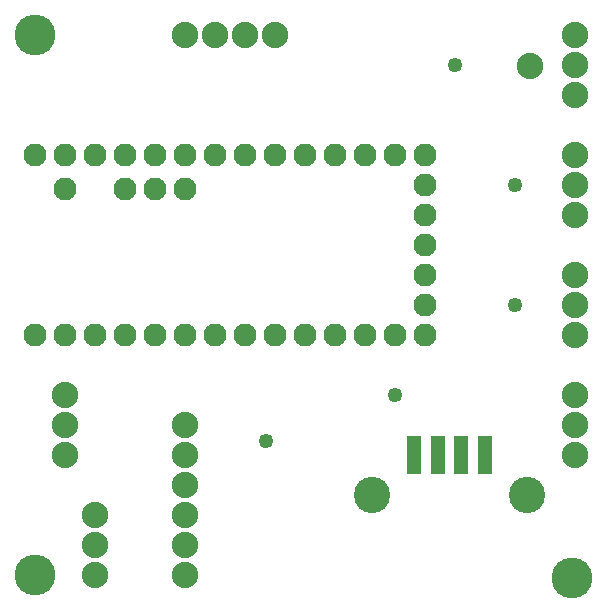
<source format=gts>
G04 MADE WITH FRITZING*
G04 WWW.FRITZING.ORG*
G04 DOUBLE SIDED*
G04 HOLES PLATED*
G04 CONTOUR ON CENTER OF CONTOUR VECTOR*
%ASAXBY*%
%FSLAX23Y23*%
%MOIN*%
%OFA0B0*%
%SFA1.0B1.0*%
%ADD10C,0.076889*%
%ADD11C,0.088000*%
%ADD12C,0.121000*%
%ADD13C,0.049370*%
%ADD14C,0.135984*%
%ADD15R,0.045433X0.128110*%
%LNMASK1*%
G90*
G70*
G54D10*
X1422Y1500D03*
X1322Y1500D03*
X1222Y1500D03*
X1122Y1500D03*
X1022Y1500D03*
X922Y1500D03*
X822Y1500D03*
X722Y1500D03*
X622Y1500D03*
X522Y1500D03*
X422Y1500D03*
X322Y1500D03*
X222Y1500D03*
X122Y1500D03*
X222Y1386D03*
X522Y1386D03*
X422Y1386D03*
X1422Y900D03*
X1322Y900D03*
X1222Y900D03*
X1122Y900D03*
X1022Y900D03*
X922Y900D03*
X822Y900D03*
X722Y900D03*
X622Y900D03*
X522Y900D03*
X422Y900D03*
X322Y900D03*
X222Y900D03*
X122Y900D03*
X622Y1386D03*
X1422Y1100D03*
X1422Y1000D03*
X1422Y1200D03*
X1422Y1400D03*
X1422Y1300D03*
G54D11*
X622Y1900D03*
X722Y1900D03*
X822Y1900D03*
X922Y1900D03*
X1922Y1900D03*
X1922Y1800D03*
X1922Y1700D03*
X1922Y1500D03*
X1922Y1400D03*
X1922Y1300D03*
X1922Y1100D03*
X1922Y1000D03*
X1922Y900D03*
X1922Y700D03*
X1922Y600D03*
X1922Y500D03*
G54D12*
X1763Y364D03*
X1246Y364D03*
X1763Y364D03*
X1246Y364D03*
G54D11*
X222Y700D03*
X222Y600D03*
X222Y500D03*
X322Y300D03*
X322Y200D03*
X322Y100D03*
X622Y600D03*
X622Y500D03*
X622Y400D03*
X622Y300D03*
X622Y200D03*
X622Y100D03*
G54D13*
X1722Y1000D03*
X1322Y700D03*
X894Y547D03*
X1722Y1400D03*
X1522Y1800D03*
G54D14*
X122Y1900D03*
X1914Y89D03*
X122Y100D03*
G54D11*
X1772Y1797D03*
G54D15*
X1465Y500D03*
X1386Y500D03*
X1543Y500D03*
X1622Y500D03*
G04 End of Mask1*
M02*
</source>
